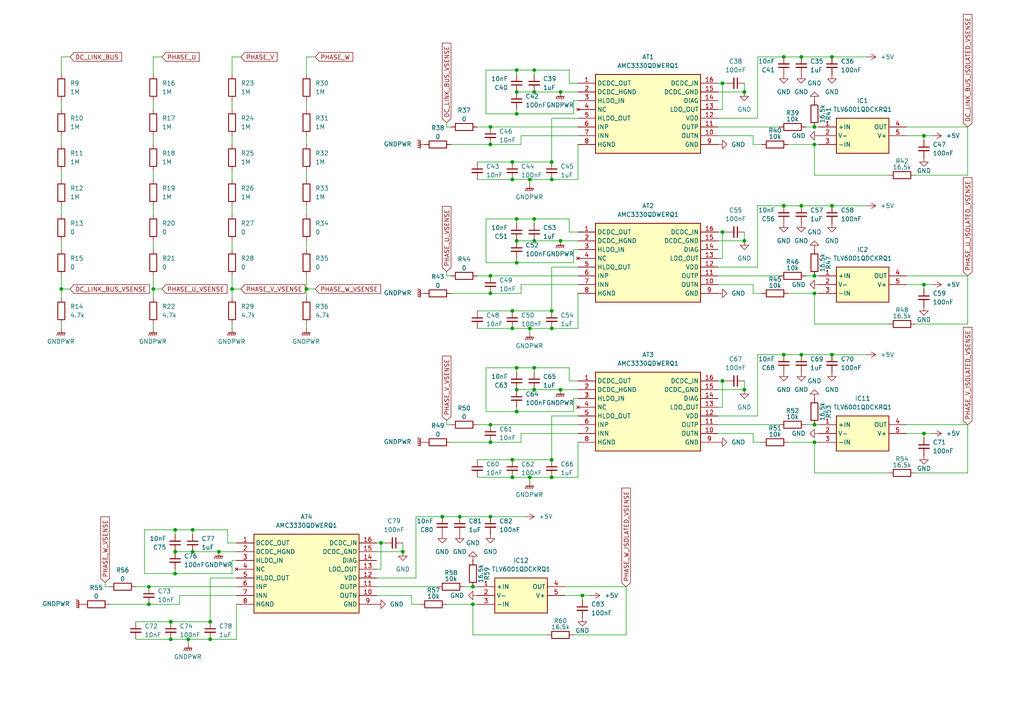
<source format=kicad_sch>
(kicad_sch (version 20250114) (generator "eeschema") (generator_version "9.0")
  (paper "A4")
  (junction (at 149.86 76.2))
  (junction (at 43.18 175.26))
  (junction (at 148.59 90.17))
  (junction (at 215.9 113.03))
  (junction (at 232.41 16.51))
  (junction (at 148.59 46.99))
  (junction (at 133.35 149.86))
  (junction (at 142.24 36.83))
  (junction (at 149.86 33.02))
  (junction (at 236.22 41.91))
  (junction (at 154.94 26.67))
  (junction (at 232.41 102.87))
  (junction (at 137.16 170.18))
  (junction (at 148.59 138.43))
  (junction (at 267.97 125.73))
  (junction (at 153.67 95.25))
  (junction (at 55.88 153.67))
  (junction (at 63.5 160.02))
  (junction (at 49.53 180.34))
  (junction (at 148.59 95.25))
  (junction (at 149.86 26.67))
  (junction (at 241.3 16.51))
  (junction (at 137.16 175.26))
  (junction (at 241.3 59.69))
  (junction (at 154.94 20.32))
  (junction (at 232.41 59.69))
  (junction (at 142.24 128.27))
  (junction (at 168.91 172.72))
  (junction (at 236.22 80.01))
  (junction (at 153.67 138.43))
  (junction (at 154.94 69.85))
  (junction (at 209.55 67.31))
  (junction (at 60.96 180.34))
  (junction (at 215.9 69.85))
  (junction (at 227.33 16.51))
  (junction (at 55.88 160.02))
  (junction (at 227.33 59.69))
  (junction (at 50.8 160.02))
  (junction (at 241.3 102.87))
  (junction (at 50.8 153.67))
  (junction (at 43.18 170.18))
  (junction (at 267.97 39.37))
  (junction (at 54.61 185.42))
  (junction (at 154.94 63.5))
  (junction (at 149.86 113.03))
  (junction (at 88.9 83.82))
  (junction (at 128.27 149.86))
  (junction (at 50.8 166.37))
  (junction (at 154.94 106.68))
  (junction (at 236.22 128.27))
  (junction (at 209.55 24.13))
  (junction (at 149.86 69.85))
  (junction (at 142.24 85.09))
  (junction (at 160.02 52.07))
  (junction (at 162.56 26.67))
  (junction (at 162.56 69.85))
  (junction (at 149.86 20.32))
  (junction (at 153.67 52.07))
  (junction (at 149.86 119.38))
  (junction (at 149.86 63.5))
  (junction (at 160.02 46.99))
  (junction (at 215.9 26.67))
  (junction (at 160.02 138.43))
  (junction (at 160.02 95.25))
  (junction (at 116.84 160.02))
  (junction (at 236.22 85.09))
  (junction (at 60.96 185.42))
  (junction (at 267.97 82.55))
  (junction (at 209.55 110.49))
  (junction (at 142.24 41.91))
  (junction (at 142.24 123.19))
  (junction (at 44.45 83.82))
  (junction (at 142.24 80.01))
  (junction (at 142.24 149.86))
  (junction (at 148.59 52.07))
  (junction (at 227.33 102.87))
  (junction (at 148.59 133.35))
  (junction (at 160.02 133.35))
  (junction (at 67.31 83.82))
  (junction (at 149.86 106.68))
  (junction (at 17.78 83.82))
  (junction (at 110.49 157.48))
  (junction (at 236.22 36.83))
  (junction (at 49.53 185.42))
  (junction (at 154.94 113.03))
  (junction (at 160.02 90.17))
  (junction (at 162.56 113.03))
  (junction (at 236.22 123.19))
  (wire (pts (xy 154.94 106.68) (xy 165.1 106.68)))
  (wire (pts (xy 149.86 69.85) (xy 154.94 69.85)))
  (wire (pts (xy 219.71 120.65) (xy 208.28 120.65)))
  (wire (pts (xy 30.48 168.91) (xy 30.48 170.18)))
  (wire (pts (xy 148.59 133.35) (xy 160.02 133.35)))
  (wire (pts (xy 232.41 102.87) (xy 241.3 102.87)))
  (wire (pts (xy 129.54 36.83) (xy 130.81 36.83)))
  (wire (pts (xy 209.55 118.11) (xy 209.55 110.49)))
  (wire (pts (xy 17.78 80.01) (xy 17.78 83.82)))
  (wire (pts (xy 44.45 69.85) (xy 44.45 72.39)))
  (wire (pts (xy 66.04 157.48) (xy 66.04 153.67)))
  (wire (pts (xy 167.64 41.91) (xy 167.64 52.07)))
  (wire (pts (xy 138.43 90.17) (xy 148.59 90.17)))
  (wire (pts (xy 129.54 175.26) (xy 137.16 175.26)))
  (wire (pts (xy 160.02 77.47) (xy 160.02 90.17)))
  (wire (pts (xy 280.67 80.01) (xy 262.89 80.01)))
  (wire (pts (xy 167.64 128.27) (xy 167.64 138.43)))
  (wire (pts (xy 67.31 166.37) (xy 67.31 162.56)))
  (wire (pts (xy 154.94 106.68) (xy 154.94 107.95)))
  (wire (pts (xy 166.37 33.02) (xy 166.37 29.21)))
  (wire (pts (xy 54.61 185.42) (xy 54.61 186.69)))
  (wire (pts (xy 236.22 41.91) (xy 237.49 41.91)))
  (wire (pts (xy 44.45 93.98) (xy 44.45 95.25)))
  (wire (pts (xy 149.86 119.38) (xy 166.37 119.38)))
  (wire (pts (xy 119.38 172.72) (xy 119.38 175.26)))
  (wire (pts (xy 142.24 80.01) (xy 167.64 80.01)))
  (wire (pts (xy 138.43 133.35) (xy 148.59 133.35)))
  (wire (pts (xy 162.56 26.67) (xy 167.64 26.67)))
  (wire (pts (xy 128.27 149.86) (xy 133.35 149.86)))
  (wire (pts (xy 151.13 128.27) (xy 142.24 128.27)))
  (wire (pts (xy 137.16 175.26) (xy 137.16 184.15)))
  (wire (pts (xy 218.44 128.27) (xy 220.98 128.27)))
  (wire (pts (xy 129.54 80.01) (xy 130.81 80.01)))
  (wire (pts (xy 165.1 67.31) (xy 165.1 63.5)))
  (wire (pts (xy 149.86 76.2) (xy 149.86 74.93)))
  (wire (pts (xy 31.75 175.26) (xy 43.18 175.26)))
  (wire (pts (xy 227.33 16.51) (xy 232.41 16.51)))
  (wire (pts (xy 54.61 185.42) (xy 60.96 185.42)))
  (wire (pts (xy 67.31 162.56) (xy 68.58 162.56)))
  (wire (pts (xy 209.55 67.31) (xy 208.28 67.31)))
  (wire (pts (xy 209.55 110.49) (xy 208.28 110.49)))
  (wire (pts (xy 153.67 95.25) (xy 153.67 96.52)))
  (wire (pts (xy 149.86 33.02) (xy 149.86 31.75)))
  (wire (pts (xy 110.49 165.1) (xy 110.49 157.48)))
  (wire (pts (xy 129.54 121.92) (xy 129.54 123.19)))
  (wire (pts (xy 232.41 59.69) (xy 241.3 59.69)))
  (wire (pts (xy 267.97 83.82) (xy 267.97 82.55)))
  (wire (pts (xy 208.28 74.93) (xy 209.55 74.93)))
  (wire (pts (xy 167.64 34.29) (xy 160.02 34.29)))
  (wire (pts (xy 137.16 170.18) (xy 138.43 170.18)))
  (wire (pts (xy 218.44 125.73) (xy 218.44 128.27)))
  (wire (pts (xy 138.43 52.07) (xy 148.59 52.07)))
  (wire (pts (xy 209.55 31.75) (xy 209.55 24.13)))
  (wire (pts (xy 262.89 125.73) (xy 267.97 125.73)))
  (wire (pts (xy 110.49 157.48) (xy 111.76 157.48)))
  (wire (pts (xy 167.64 110.49) (xy 165.1 110.49)))
  (wire (pts (xy 43.18 170.18) (xy 68.58 170.18)))
  (wire (pts (xy 55.88 160.02) (xy 63.5 160.02)))
  (wire (pts (xy 215.9 69.85) (xy 208.28 69.85)))
  (wire (pts (xy 167.64 125.73) (xy 151.13 125.73)))
  (wire (pts (xy 149.86 106.68) (xy 140.97 106.68)))
  (wire (pts (xy 215.9 113.03) (xy 208.28 113.03)))
  (wire (pts (xy 233.68 80.01) (xy 236.22 80.01)))
  (wire (pts (xy 208.28 123.19) (xy 226.06 123.19)))
  (wire (pts (xy 167.64 82.55) (xy 151.13 82.55)))
  (wire (pts (xy 236.22 85.09) (xy 236.22 93.98)))
  (wire (pts (xy 167.64 77.47) (xy 160.02 77.47)))
  (wire (pts (xy 208.28 36.83) (xy 226.06 36.83)))
  (wire (pts (xy 149.86 63.5) (xy 154.94 63.5)))
  (wire (pts (xy 67.31 39.37) (xy 67.31 41.91)))
  (wire (pts (xy 119.38 175.26) (xy 121.92 175.26)))
  (wire (pts (xy 167.64 39.37) (xy 151.13 39.37)))
  (wire (pts (xy 228.6 85.09) (xy 236.22 85.09)))
  (wire (pts (xy 88.9 80.01) (xy 88.9 83.82)))
  (wire (pts (xy 17.78 39.37) (xy 17.78 41.91)))
  (wire (pts (xy 236.22 80.01) (xy 237.49 80.01)))
  (wire (pts (xy 52.07 175.26) (xy 43.18 175.26)))
  (wire (pts (xy 233.68 36.83) (xy 236.22 36.83)))
  (wire (pts (xy 219.71 16.51) (xy 227.33 16.51)))
  (wire (pts (xy 219.71 102.87) (xy 219.71 120.65)))
  (wire (pts (xy 120.65 167.64) (xy 109.22 167.64)))
  (wire (pts (xy 41.91 166.37) (xy 50.8 166.37)))
  (wire (pts (xy 160.02 120.65) (xy 160.02 133.35)))
  (wire (pts (xy 167.64 67.31) (xy 165.1 67.31)))
  (wire (pts (xy 44.45 59.69) (xy 44.45 62.23)))
  (wire (pts (xy 208.28 125.73) (xy 218.44 125.73)))
  (wire (pts (xy 88.9 39.37) (xy 88.9 41.91)))
  (wire (pts (xy 68.58 175.26) (xy 68.58 185.42)))
  (wire (pts (xy 219.71 59.69) (xy 219.71 77.47)))
  (wire (pts (xy 129.54 123.19) (xy 130.81 123.19)))
  (wire (pts (xy 88.9 69.85) (xy 88.9 72.39)))
  (wire (pts (xy 165.1 110.49) (xy 165.1 106.68)))
  (wire (pts (xy 154.94 20.32) (xy 154.94 21.59)))
  (wire (pts (xy 149.86 20.32) (xy 140.97 20.32)))
  (wire (pts (xy 138.43 46.99) (xy 148.59 46.99)))
  (wire (pts (xy 233.68 123.19) (xy 236.22 123.19)))
  (wire (pts (xy 140.97 106.68) (xy 140.97 119.38)))
  (wire (pts (xy 228.6 41.91) (xy 236.22 41.91)))
  (wire (pts (xy 140.97 76.2) (xy 149.86 76.2)))
  (wire (pts (xy 50.8 153.67) (xy 55.88 153.67)))
  (wire (pts (xy 148.59 95.25) (xy 153.67 95.25)))
  (wire (pts (xy 50.8 166.37) (xy 67.31 166.37)))
  (wire (pts (xy 67.31 83.82) (xy 69.85 83.82)))
  (wire (pts (xy 68.58 157.48) (xy 66.04 157.48)))
  (wire (pts (xy 265.43 93.98) (xy 280.67 93.98)))
  (wire (pts (xy 50.8 153.67) (xy 41.91 153.67)))
  (wire (pts (xy 166.37 184.15) (xy 181.61 184.15)))
  (wire (pts (xy 162.56 113.03) (xy 167.64 113.03)))
  (wire (pts (xy 228.6 128.27) (xy 236.22 128.27)))
  (wire (pts (xy 49.53 185.42) (xy 54.61 185.42)))
  (wire (pts (xy 138.43 95.25) (xy 148.59 95.25)))
  (wire (pts (xy 138.43 36.83) (xy 142.24 36.83)))
  (wire (pts (xy 153.67 52.07) (xy 160.02 52.07)))
  (wire (pts (xy 236.22 41.91) (xy 236.22 50.8)))
  (wire (pts (xy 165.1 24.13) (xy 165.1 20.32)))
  (wire (pts (xy 120.65 149.86) (xy 120.65 167.64)))
  (wire (pts (xy 142.24 149.86) (xy 152.4 149.86)))
  (wire (pts (xy 218.44 82.55) (xy 218.44 85.09)))
  (wire (pts (xy 17.78 69.85) (xy 17.78 72.39)))
  (wire (pts (xy 149.86 33.02) (xy 166.37 33.02)))
  (wire (pts (xy 236.22 123.19) (xy 237.49 123.19)))
  (wire (pts (xy 160.02 34.29) (xy 160.02 46.99)))
  (wire (pts (xy 91.44 16.51) (xy 88.9 16.51)))
  (wire (pts (xy 44.45 80.01) (xy 44.45 83.82)))
  (wire (pts (xy 44.45 83.82) (xy 46.99 83.82)))
  (wire (pts (xy 52.07 172.72) (xy 52.07 175.26)))
  (wire (pts (xy 116.84 157.48) (xy 116.84 160.02)))
  (wire (pts (xy 167.64 85.09) (xy 167.64 95.25)))
  (wire (pts (xy 69.85 16.51) (xy 67.31 16.51)))
  (wire (pts (xy 148.59 138.43) (xy 153.67 138.43)))
  (wire (pts (xy 68.58 172.72) (xy 52.07 172.72)))
  (wire (pts (xy 153.67 138.43) (xy 153.67 139.7)))
  (wire (pts (xy 280.67 123.19) (xy 262.89 123.19)))
  (wire (pts (xy 262.89 82.55) (xy 267.97 82.55)))
  (wire (pts (xy 110.49 157.48) (xy 109.22 157.48)))
  (wire (pts (xy 167.64 95.25) (xy 160.02 95.25)))
  (wire (pts (xy 149.86 26.67) (xy 154.94 26.67)))
  (wire (pts (xy 67.31 49.53) (xy 67.31 52.07)))
  (wire (pts (xy 138.43 123.19) (xy 142.24 123.19)))
  (wire (pts (xy 17.78 16.51) (xy 17.78 21.59)))
  (wire (pts (xy 208.28 80.01) (xy 226.06 80.01)))
  (wire (pts (xy 236.22 50.8) (xy 257.81 50.8)))
  (wire (pts (xy 267.97 127) (xy 267.97 125.73)))
  (wire (pts (xy 154.94 20.32) (xy 165.1 20.32)))
  (wire (pts (xy 149.86 63.5) (xy 149.86 64.77)))
  (wire (pts (xy 149.86 76.2) (xy 166.37 76.2)))
  (wire (pts (xy 267.97 125.73) (xy 270.51 125.73)))
  (wire (pts (xy 88.9 93.98) (xy 88.9 95.25)))
  (wire (pts (xy 142.24 36.83) (xy 167.64 36.83)))
  (wire (pts (xy 39.37 185.42) (xy 49.53 185.42)))
  (wire (pts (xy 227.33 102.87) (xy 232.41 102.87)))
  (wire (pts (xy 208.28 118.11) (xy 209.55 118.11)))
  (wire (pts (xy 215.9 26.67) (xy 208.28 26.67)))
  (wire (pts (xy 44.45 83.82) (xy 44.45 86.36)))
  (wire (pts (xy 130.81 41.91) (xy 142.24 41.91)))
  (wire (pts (xy 151.13 41.91) (xy 142.24 41.91)))
  (wire (pts (xy 215.9 67.31) (xy 215.9 69.85)))
  (wire (pts (xy 153.67 138.43) (xy 160.02 138.43)))
  (wire (pts (xy 154.94 63.5) (xy 154.94 64.77)))
  (wire (pts (xy 116.84 160.02) (xy 109.22 160.02)))
  (wire (pts (xy 181.61 184.15) (xy 181.61 170.18)))
  (wire (pts (xy 148.59 52.07) (xy 153.67 52.07)))
  (wire (pts (xy 50.8 166.37) (xy 50.8 165.1)))
  (wire (pts (xy 44.45 49.53) (xy 44.45 52.07)))
  (wire (pts (xy 149.86 106.68) (xy 154.94 106.68)))
  (wire (pts (xy 153.67 95.25) (xy 160.02 95.25)))
  (wire (pts (xy 67.31 93.98) (xy 67.31 95.25)))
  (wire (pts (xy 17.78 49.53) (xy 17.78 52.07)))
  (wire (pts (xy 149.86 20.32) (xy 154.94 20.32)))
  (wire (pts (xy 88.9 49.53) (xy 88.9 52.07)))
  (wire (pts (xy 44.45 16.51) (xy 44.45 21.59)))
  (wire (pts (xy 39.37 180.34) (xy 49.53 180.34)))
  (wire (pts (xy 39.37 170.18) (xy 43.18 170.18)))
  (wire (pts (xy 130.81 85.09) (xy 142.24 85.09)))
  (wire (pts (xy 167.64 120.65) (xy 160.02 120.65)))
  (wire (pts (xy 88.9 16.51) (xy 88.9 21.59)))
  (wire (pts (xy 68.58 167.64) (xy 60.96 167.64)))
  (wire (pts (xy 236.22 128.27) (xy 236.22 137.16)))
  (wire (pts (xy 154.94 26.67) (xy 162.56 26.67)))
  (wire (pts (xy 168.91 173.99) (xy 168.91 172.72)))
  (wire (pts (xy 120.65 149.86) (xy 128.27 149.86)))
  (wire (pts (xy 44.45 39.37) (xy 44.45 41.91)))
  (wire (pts (xy 140.97 33.02) (xy 149.86 33.02)))
  (wire (pts (xy 149.86 119.38) (xy 149.86 118.11)))
  (wire (pts (xy 209.55 24.13) (xy 210.82 24.13)))
  (wire (pts (xy 44.45 29.21) (xy 44.45 31.75)))
  (wire (pts (xy 166.37 72.39) (xy 167.64 72.39)))
  (wire (pts (xy 67.31 16.51) (xy 67.31 21.59)))
  (wire (pts (xy 149.86 63.5) (xy 140.97 63.5)))
  (wire (pts (xy 208.28 82.55) (xy 218.44 82.55)))
  (wire (pts (xy 280.67 93.98) (xy 280.67 80.01)))
  (wire (pts (xy 219.71 34.29) (xy 208.28 34.29)))
  (wire (pts (xy 67.31 59.69) (xy 67.31 62.23)))
  (wire (pts (xy 209.55 67.31) (xy 210.82 67.31)))
  (wire (pts (xy 55.88 153.67) (xy 66.04 153.67)))
  (wire (pts (xy 88.9 59.69) (xy 88.9 62.23)))
  (wire (pts (xy 46.99 16.51) (xy 44.45 16.51)))
  (wire (pts (xy 280.67 137.16) (xy 280.67 123.19)))
  (wire (pts (xy 41.91 153.67) (xy 41.91 166.37)))
  (wire (pts (xy 149.86 20.32) (xy 149.86 21.59)))
  (wire (pts (xy 154.94 63.5) (xy 165.1 63.5)))
  (wire (pts (xy 218.44 41.91) (xy 220.98 41.91)))
  (wire (pts (xy 88.9 29.21) (xy 88.9 31.75)))
  (wire (pts (xy 17.78 83.82) (xy 17.78 86.36)))
  (wire (pts (xy 267.97 39.37) (xy 270.51 39.37)))
  (wire (pts (xy 137.16 175.26) (xy 138.43 175.26)))
  (wire (pts (xy 154.94 113.03) (xy 162.56 113.03)))
  (wire (pts (xy 181.61 170.18) (xy 163.83 170.18)))
  (wire (pts (xy 166.37 29.21) (xy 167.64 29.21)))
  (wire (pts (xy 17.78 59.69) (xy 17.78 62.23)))
  (wire (pts (xy 149.86 106.68) (xy 149.86 107.95)))
  (wire (pts (xy 236.22 36.83) (xy 237.49 36.83)))
  (wire (pts (xy 166.37 76.2) (xy 166.37 72.39)))
  (wire (pts (xy 88.9 83.82) (xy 88.9 86.36)))
  (wire (pts (xy 167.64 52.07) (xy 160.02 52.07)))
  (wire (pts (xy 280.67 36.83) (xy 262.89 36.83)))
  (wire (pts (xy 219.71 102.87) (xy 227.33 102.87)))
  (wire (pts (xy 208.28 39.37) (xy 218.44 39.37)))
  (wire (pts (xy 148.59 90.17) (xy 160.02 90.17)))
  (wire (pts (xy 133.35 149.86) (xy 142.24 149.86)))
  (wire (pts (xy 140.97 119.38) (xy 149.86 119.38)))
  (wire (pts (xy 109.22 170.18) (xy 127 170.18)))
  (wire (pts (xy 148.59 46.99) (xy 160.02 46.99)))
  (wire (pts (xy 168.91 172.72) (xy 171.45 172.72)))
  (wire (pts (xy 138.43 80.01) (xy 142.24 80.01)))
  (wire (pts (xy 63.5 160.02) (xy 68.58 160.02)))
  (wire (pts (xy 134.62 170.18) (xy 137.16 170.18)))
  (wire (pts (xy 241.3 59.69) (xy 251.46 59.69)))
  (wire (pts (xy 219.71 59.69) (xy 227.33 59.69)))
  (wire (pts (xy 109.22 165.1) (xy 110.49 165.1)))
  (wire (pts (xy 149.86 113.03) (xy 154.94 113.03)))
  (wire (pts (xy 241.3 16.51) (xy 251.46 16.51)))
  (wire (pts (xy 218.44 85.09) (xy 220.98 85.09)))
  (wire (pts (xy 265.43 50.8) (xy 280.67 50.8)))
  (wire (pts (xy 166.37 119.38) (xy 166.37 115.57)))
  (wire (pts (xy 129.54 35.56) (xy 129.54 36.83)))
  (wire (pts (xy 142.24 123.19) (xy 167.64 123.19)))
  (wire (pts (xy 55.88 153.67) (xy 55.88 154.94)))
  (wire (pts (xy 17.78 93.98) (xy 17.78 95.25)))
  (wire (pts (xy 140.97 20.32) (xy 140.97 33.02)))
  (wire (pts (xy 265.43 137.16) (xy 280.67 137.16)))
  (wire (pts (xy 17.78 83.82) (xy 20.32 83.82)))
  (wire (pts (xy 209.55 74.93) (xy 209.55 67.31)))
  (wire (pts (xy 137.16 184.15) (xy 158.75 184.15)))
  (wire (pts (xy 67.31 80.01) (xy 67.31 83.82)))
  (wire (pts (xy 151.13 82.55) (xy 151.13 85.09)))
  (wire (pts (xy 20.32 16.51) (xy 17.78 16.51)))
  (wire (pts (xy 154.94 69.85) (xy 162.56 69.85)))
  (wire (pts (xy 50.8 160.02) (xy 55.88 160.02)))
  (wire (pts (xy 138.43 138.43) (xy 148.59 138.43)))
  (wire (pts (xy 67.31 29.21) (xy 67.31 31.75)))
  (wire (pts (xy 236.22 137.16) (xy 257.81 137.16)))
  (wire (pts (xy 67.31 83.82) (xy 67.31 86.36)))
  (wire (pts (xy 208.28 31.75) (xy 209.55 31.75)))
  (wire (pts (xy 30.48 170.18) (xy 31.75 170.18)))
  (wire (pts (xy 163.83 172.72) (xy 168.91 172.72)))
  (wire (pts (xy 262.89 39.37) (xy 267.97 39.37)))
  (wire (pts (xy 215.9 24.13) (xy 215.9 26.67)))
  (wire (pts (xy 153.67 52.07) (xy 153.67 53.34)))
  (wire (pts (xy 236.22 85.09) (xy 237.49 85.09)))
  (wire (pts (xy 267.97 82.55) (xy 270.51 82.55)))
  (wire (pts (xy 49.53 180.34) (xy 60.96 180.34)))
  (wire (pts (xy 167.64 24.13) (xy 165.1 24.13)))
  (wire (pts (xy 50.8 153.67) (xy 50.8 154.94)))
  (wire (pts (xy 17.78 29.21) (xy 17.78 31.75)))
  (wire (pts (xy 151.13 85.09) (xy 142.24 85.09)))
  (wire (pts (xy 130.81 128.27) (xy 142.24 128.27)))
  (wire (pts (xy 167.64 138.43) (xy 160.02 138.43)))
  (wire (pts (xy 236.22 128.27) (xy 237.49 128.27)))
  (wire (pts (xy 88.9 83.82) (xy 91.44 83.82)))
  (wire (pts (xy 60.96 167.64) (xy 60.96 180.34)))
  (wire (pts (xy 218.44 39.37) (xy 218.44 41.91)))
  (wire (pts (xy 140.97 63.5) (xy 140.97 76.2)))
  (wire (pts (xy 232.41 16.51) (xy 241.3 16.51)))
  (wire (pts (xy 215.9 110.49) (xy 215.9 113.03)))
  (wire (pts (xy 209.55 24.13) (xy 208.28 24.13)))
  (wire (pts (xy 129.54 78.74) (xy 129.54 80.01)))
  (wire (pts (xy 280.67 50.8) (xy 280.67 36.83)))
  (wire (pts (xy 236.22 93.98) (xy 257.81 93.98)))
  (wire (pts (xy 151.13 125.73) (xy 151.13 128.27)))
  (wire (pts (xy 162.56 69.85) (xy 167.64 69.85)))
  (wire (pts (xy 219.71 16.51) (xy 219.71 34.29)))
  (wire (pts (xy 219.71 77.47) (xy 208.28 77.47)))
  (wire (pts (xy 67.31 69.85) (xy 67.31 72.39)))
  (wire (pts (xy 166.37 115.57) (xy 167.64 115.57)))
  (wire (pts (xy 267.97 40.64) (xy 267.97 39.37)))
  (wire (pts (xy 151.13 39.37) (xy 151.13 41.91)))
  (wire (pts (xy 241.3 102.87) (xy 251.46 102.87)))
  (wire (pts (xy 68.58 185.42) (xy 60.96 185.42)))
  (wire (pts (xy 109.22 172.72) (xy 119.38 172.72)))
  (wire (pts (xy 227.33 59.69) (xy 232.41 59.69)))
  (wire (pts (xy 209.55 110.49) (xy 210.82 110.49)))
  (global_label "PHASE_U" (shape input) (at 46.99 16.51 0) (property "Intersheetrefs" "${INTERSHEET_REFS}" (effects (hide yes))))
  (global_label "PHASE_V_ISOLATED_VSENSE" (shape input) (at 280.67 123.19 90) (property "Intersheetrefs" "${INTERSHEET_REFS}" (effects (hide yes))))
  (global_label "PHASE_U_VSENSE" (shape input) (at 129.54 78.74 90) (property "Intersheetrefs" "${INTERSHEET_REFS}" (effects (hide yes))))
  (global_label "DC_LINK_BUS_VSENSE" (shape input) (at 20.32 83.82 0) (property "Intersheetrefs" "${INTERSHEET_REFS}" (effects (hide yes))))
  (global_label "DC_LINK_BUS_VSENSE" (shape input) (at 129.54 35.56 90) (property "Intersheetrefs" "${INTERSHEET_REFS}" (effects (hide yes))))
  (global_label "PHASE_V_VSENSE" (shape input) (at 129.54 121.92 90) (property "Intersheetrefs" "${INTERSHEET_REFS}" (effects (hide yes))))
  (global_label "DC_LINK_BUS" (shape input) (at 20.32 16.51 0) (property "Intersheetrefs" "${INTERSHEET_REFS}" (effects (hide yes))))
  (global_label "PHASE_V" (shape input) (at 69.85 16.51 0) (property "Intersheetrefs" "${INTERSHEET_REFS}" (effects (hide yes))))
  (global_label "PHASE_W_ISOLATED_VSENSE" (shape input) (at 181.61 170.18 90) (property "Intersheetrefs" "${INTERSHEET_REFS}" (effects (hide yes))))
  (global_label "PHASE_W_VSENSE" (shape input) (at 91.44 83.82 0) (property "Intersheetrefs" "${INTERSHEET_REFS}" (effects (hide yes))))
  (global_label "PHASE_W" (shape input) (at 91.44 16.51 0) (property "Intersheetrefs" "${INTERSHEET_REFS}" (effects (hide yes))))
  (global_label "PHASE_U_VSENSE" (shape input) (at 46.99 83.82 0) (property "Intersheetrefs" "${INTERSHEET_REFS}" (effects (hide yes))))
  (global_label "PHASE_W_VSENSE" (shape input) (at 30.48 168.91 90) (property "Intersheetrefs" "${INTERSHEET_REFS}" (effects (hide yes))))
  (global_label "DC_LINK_BUS_ISOLATED_VSENSE" (shape input) (at 280.67 36.83 90) (property "Intersheetrefs" "${INTERSHEET_REFS}" (effects (hide yes))))
  (global_label "PHASE_V_VSENSE" (shape input) (at 69.85 83.82 0) (property "Intersheetrefs" "${INTERSHEET_REFS}" (effects (hide yes))))
  (global_label "PHASE_U_ISOLATED_VSENSE" (shape input) (at 280.67 80.01 90) (property "Intersheetrefs" "${INTERSHEET_REFS}" (effects (hide yes))))
  (symbol (lib_id "Device:C_Small") (at 49.53 182.88 0) (unit 1)
    (property "Reference" "C74" (at 52.07 181.6162 0) (effects (justify left)))
    (property "Value" "100nF" (at 52.07 184.1562 0) (effects (justify left)))
    (property "Footprint" "1210" (effects (hide yes)))
    (property "Description" "Unpolarized capacitor, small symbol" (effects (hide yes)))
  )
  (symbol (lib_id "InverterCom:TLV6001QDCKRQ1") (at 237.49 36.83 0) (unit 1)
    (property "Reference" "IC1" (at 250.19 29.21 0))
    (property "Value" "TLV6001QDCKRQ1" (at 250.19 31.75 0))
    (property "Footprint" "SOT65P210X110-5N" (effects (hide yes)))
    (property "Datasheet" "http://www.ti.com/lit/gpn/tlv6001-q1" (effects (hide yes)))
    (property "Description" "Low-Power, RRIO, 1-MHz, Operational Amplifier for Cost-Sensitive Systems" (effects (hide yes)))
    (property "Height" "1.1" (effects (hide yes)))
    (property "Mouser Part Number" "595-TLV6001QDCKRQ1" (effects (hide yes)))
    (property "Mouser Price/Stock" "https://www.mouser.co.uk/ProductDetail/Texas-Instruments/TLV6001QDCKRQ1?qs=qSfuJ%252Bfl%2Fd4YmnuAK2Ksyg%3D%3D" (effects (hide yes)))
    (property "Manufacturer_Name" "Texas Instruments" (effects (hide yes)))
    (property "Manufacturer_Part_Number" "TLV6001QDCKRQ1" (effects (hide yes)))
  )
  (symbol (lib_id "InverterCom:AMC3330QDWERQ1") (at 167.64 24.13 0) (unit 1)
    (property "Reference" "AT1" (at 187.96 16.51 0))
    (property "Value" "AMC3330QDWERQ1" (at 187.96 19.05 0))
    (property "Footprint" "SOIC127P1030X265-16N" (effects (hide yes)))
    (property "Datasheet" "https://www.ti.com/lit/ds/symlink/amc3330.pdf?ts=1605812770714&ref_url=https%253A%252F%252Fwww.ti.com%252Fsitesearch%252Fdocs%252Funiversalsearch.tsp%253FsearchTerm%253DAMC3330DWE" (effects (hide yes)))
    (property "Description" "Isolation Amplifiers Automotive +/-1-V input, precision reinforced isolated amplifier with integrated DC/DC converter 16-SOIC -40 to 125" (effects (hide yes)))
    (property "Height" "2.65" (effects (hide yes)))
    (property "Mouser Part Number" "595-AMC3330QDWERQ1" (effects (hide yes)))
    (property "Mouser Price/Stock" "https://www.mouser.co.uk/ProductDetail/Texas-Instruments/AMC3330QDWERQ1?qs=81r%252BiQLm7BThq9fK1XpIYg%3D%3D" (effects (hide yes)))
    (property "Manufacturer_Name" "Texas Instruments" (effects (hide yes)))
    (property "Manufacturer_Part_Number" "AMC3330QDWERQ1" (effects (hide yes)))
  )
  (symbol (lib_id "Device:R") (at 224.79 41.91 270) (unit 1)
    (property "Reference" "R40" (at 224.79 37.846 90))
    (property "Value" "10k" (at 224.79 39.624 90))
    (property "Footprint" "1210" (effects (hide yes)))
    (property "Description" "Resistor" (effects (hide yes)))
  )
  (symbol (lib_id "power:GNDPWR") (at 44.45 95.25 0) (unit 1)
    (property "Reference" "#PWR023" (effects (hide yes)))
    (property "Value" "GNDPWR" (at 44.323 99.06 0))
    (property "Description" "Power symbol creates a global label with name \"GNDPWR\" , global ground" (effects (hide yes)))
  )
  (symbol (lib_id "Device:R") (at 44.45 76.2 180) (unit 1)
    (property "Reference" "R21" (at 46.99 74.9299 0) (effects (justify right)))
    (property "Value" "0" (at 46.99 77.4699 0) (effects (justify right)))
    (property "Footprint" "1210" (effects (hide yes)))
    (property "Description" "Resistor" (effects (hide yes)))
  )
  (symbol (lib_id "Device:R") (at 88.9 55.88 180) (unit 1)
    (property "Reference" "R33" (at 91.44 54.6099 0) (effects (justify right)))
    (property "Value" "1M" (at 91.44 57.1499 0) (effects (justify right)))
    (property "Footprint" "1210" (effects (hide yes)))
    (property "Description" "Resistor" (effects (hide yes)))
  )
  (symbol (lib_id "Device:R") (at 17.78 35.56 180) (unit 1)
    (property "Reference" "R10" (at 20.32 34.2899 0) (effects (justify right)))
    (property "Value" "1M" (at 20.32 36.8299 0) (effects (justify right)))
    (property "Footprint" "1210" (effects (hide yes)))
    (property "Description" "Resistor" (effects (hide yes)))
  )
  (symbol (lib_id "power:GND") (at 215.9 113.03 0) (unit 1)
    (property "Reference" "#PWR074" (effects (hide yes)))
    (property "Value" "GND" (at 215.9 118.11 0))
    (property "Description" "Power symbol creates a global label with name \"GND\" , ground" (effects (hide yes)))
  )
  (symbol (lib_id "Device:R") (at 127 41.91 90) (unit 1)
    (property "Reference" "R38" (at 127 37.084 90))
    (property "Value" "0" (at 127 39.624 90))
    (property "Footprint" "1210" (effects (hide yes)))
    (property "Description" "Resistor" (effects (hide yes)))
  )
  (symbol (lib_id "Device:R") (at 44.45 90.17 180) (unit 1)
    (property "Reference" "R22" (at 46.99 88.8999 0) (effects (justify right)))
    (property "Value" "4.7k" (at 46.99 91.4399 0) (effects (justify right)))
    (property "Footprint" "1210" (effects (hide yes)))
    (property "Description" "Resistor" (effects (hide yes)))
  )
  (symbol (lib_id "Device:R") (at 88.9 35.56 180) (unit 1)
    (property "Reference" "R31" (at 91.44 34.2899 0) (effects (justify right)))
    (property "Value" "1M" (at 91.44 36.8299 0) (effects (justify right)))
    (property "Footprint" "1210" (effects (hide yes)))
    (property "Description" "Resistor" (effects (hide yes)))
  )
  (symbol (lib_id "power:GND") (at 236.22 115.57 180) (unit 1)
    (property "Reference" "#PWR077" (effects (hide yes)))
    (property "Value" "GND" (at 236.22 110.49 0))
    (property "Description" "Power symbol creates a global label with name \"GND\" , ground" (effects (hide yes)))
  )
  (symbol (lib_id "Device:R") (at 224.79 128.27 270) (unit 1)
    (property "Reference" "R51" (at 224.79 124.206 90))
    (property "Value" "10k" (at 224.79 125.984 90))
    (property "Footprint" "1210" (effects (hide yes)))
    (property "Description" "Resistor" (effects (hide yes)))
  )
  (symbol (lib_id "Device:C_Small") (at 149.86 67.31 180) (unit 1)
    (property "Reference" "C51" (at 147.32 68.5738 0) (effects (justify left)))
    (property "Value" "10nF" (at 147.32 66.0338 0) (effects (justify left)))
    (property "Footprint" "1210" (effects (hide yes)))
    (property "Description" "Unpolarized capacitor, small symbol" (effects (hide yes)))
  )
  (symbol (lib_id "power:GND") (at 267.97 88.9 0) (unit 1)
    (property "Reference" "#PWR068" (effects (hide yes)))
    (property "Value" "GND" (at 267.97 92.71 0))
    (property "Description" "Power symbol creates a global label with name \"GND\" , ground" (effects (hide yes)))
  )
  (symbol (lib_id "power:+5V") (at 251.46 16.51 270) (unit 1)
    (property "Reference" "#PWR097" (effects (hide yes)))
    (property "Value" "+5V" (at 255.27 16.5099 90) (effects (justify left)))
    (property "Description" "Power symbol creates a global label with name \"+5V\"" (effects (hide yes)))
  )
  (symbol (lib_id "Device:R") (at 44.45 55.88 180) (unit 1)
    (property "Reference" "R19" (at 46.99 54.6099 0) (effects (justify right)))
    (property "Value" "1M" (at 46.99 57.1499 0) (effects (justify right)))
    (property "Footprint" "1210" (effects (hide yes)))
    (property "Description" "Resistor" (effects (hide yes)))
  )
  (symbol (lib_id "power:+5V") (at 270.51 125.73 270) (unit 1)
    (property "Reference" "#PWR082" (effects (hide yes)))
    (property "Value" "+5V" (at 274.32 125.7299 90) (effects (justify left)))
    (property "Description" "Power symbol creates a global label with name \"+5V\"" (effects (hide yes)))
  )
  (symbol (lib_id "Device:R") (at 127 128.27 90) (unit 1)
    (property "Reference" "R49" (at 127 123.444 90))
    (property "Value" "0" (at 127 125.984 90))
    (property "Footprint" "1210" (effects (hide yes)))
    (property "Description" "Resistor" (effects (hide yes)))
  )
  (symbol (lib_id "Device:R") (at 88.9 45.72 180) (unit 1)
    (property "Reference" "R32" (at 91.44 44.4499 0) (effects (justify right)))
    (property "Value" "1M" (at 91.44 46.9899 0) (effects (justify right)))
    (property "Footprint" "1210" (effects (hide yes)))
    (property "Description" "Resistor" (effects (hide yes)))
  )
  (symbol (lib_id "power:GNDPWR") (at 123.19 41.91 270) (unit 1)
    (property "Reference" "#PWR054" (effects (hide yes)))
    (property "Value" "GNDPWR" (at 119.38 41.7829 90) (effects (justify right)))
    (property "Description" "Power symbol creates a global label with name \"GNDPWR\" , global ground" (effects (hide yes)))
  )
  (symbol (lib_id "Device:R") (at 88.9 66.04 180) (unit 1)
    (property "Reference" "R34" (at 91.44 64.7699 0) (effects (justify right)))
    (property "Value" "0" (at 91.44 67.3099 0) (effects (justify right)))
    (property "Footprint" "1210" (effects (hide yes)))
    (property "Description" "Resistor" (effects (hide yes)))
  )
  (symbol (lib_id "Device:R") (at 17.78 76.2 180) (unit 1)
    (property "Reference" "R15" (at 20.32 74.9299 0) (effects (justify right)))
    (property "Value" "0" (at 20.32 77.4699 0) (effects (justify right)))
    (property "Footprint" "1210" (effects (hide yes)))
    (property "Description" "Resistor" (effects (hide yes)))
  )
  (symbol (lib_id "Device:C_Small") (at 213.36 24.13 270) (unit 1)
    (property "Reference" "C38" (at 213.3536 17.78 90))
    (property "Value" "100nF" (at 213.3536 20.32 90))
    (property "Footprint" "1210" (effects (hide yes)))
    (property "Description" "Unpolarized capacitor, small symbol" (effects (hide yes)))
  )
  (symbol (lib_id "Device:R") (at 229.87 36.83 270) (unit 1)
    (property "Reference" "R39" (at 229.87 32.766 90))
    (property "Value" "10k" (at 229.87 34.544 90))
    (property "Footprint" "1210" (effects (hide yes)))
    (property "Description" "Resistor" (effects (hide yes)))
  )
  (symbol (lib_id "power:GND") (at 237.49 82.55 270) (unit 1)
    (property "Reference" "#PWR065" (effects (hide yes)))
    (property "Value" "GND" (at 233.68 82.5499 90) (effects (justify right)))
    (property "Description" "Power symbol creates a global label with name \"GND\" , ground" (effects (hide yes)))
  )
  (symbol (lib_id "Device:C_Small") (at 142.24 152.4 0) (unit 1)
    (property "Reference" "C82" (at 144.78 151.1362 0) (effects (justify left)))
    (property "Value" "100nF" (at 144.78 153.6762 0) (effects (justify left)))
    (property "Footprint" "1210" (effects (hide yes)))
    (property "Description" "Unpolarized capacitor, small symbol" (effects (hide yes)))
  )
  (symbol (lib_id "power:GNDPWR") (at 17.78 95.25 0) (unit 1)
    (property "Reference" "#PWR022" (effects (hide yes)))
    (property "Value" "GNDPWR" (at 17.653 99.06 0))
    (property "Description" "Power symbol creates a global label with name \"GNDPWR\" , global ground" (effects (hide yes)))
  )
  (symbol (lib_id "Device:R") (at 261.62 137.16 270) (unit 1)
    (property "Reference" "R54" (at 261.62 133.096 90))
    (property "Value" "16.5k" (at 261.62 134.874 90))
    (property "Footprint" "1210" (effects (hide yes)))
    (property "Description" "Resistor" (effects (hide yes)))
  )
  (symbol (lib_id "power:+5V") (at 152.4 149.86 270) (unit 1)
    (property "Reference" "#PWR093" (effects (hide yes)))
    (property "Value" "+5V" (at 156.21 149.8599 90) (effects (justify left)))
    (property "Description" "Power symbol creates a global label with name \"+5V\"" (effects (hide yes)))
  )
  (symbol (lib_id "power:GNDPWR") (at 123.19 128.27 270) (unit 1)
    (property "Reference" "#PWR070" (effects (hide yes)))
    (property "Value" "GNDPWR" (at 119.38 128.1429 90) (effects (justify right)))
    (property "Description" "Power symbol creates a global label with name \"GNDPWR\" , global ground" (effects (hide yes)))
  )
  (symbol (lib_id "Device:C_Small") (at 160.02 92.71 0) (unit 1)
    (property "Reference" "C54" (at 162.56 91.4462 0) (effects (justify left)))
    (property "Value" "1uF" (at 162.56 93.9862 0) (effects (justify left)))
    (property "Footprint" "1210" (effects (hide yes)))
    (property "Description" "Unpolarized capacitor, small symbol" (effects (hide yes)))
  )
  (symbol (lib_id "Device:C_Small") (at 241.3 19.05 0) (unit 1)
    (property "Reference" "C36" (at 243.84 17.7862 0) (effects (justify left)))
    (property "Value" "100nF" (at 243.84 20.3262 0) (effects (justify left)))
    (property "Footprint" "1210" (effects (hide yes)))
    (property "Description" "Unpolarized capacitor, small symbol" (effects (hide yes)))
  )
  (symbol (lib_id "power:+5V") (at 251.46 59.69 270) (unit 1)
    (property "Reference" "#PWR067" (effects (hide yes)))
    (property "Value" "+5V" (at 255.27 59.6899 90) (effects (justify left)))
    (property "Description" "Power symbol creates a global label with name \"+5V\"" (effects (hide yes)))
  )
  (symbol (lib_id "InverterCom:AMC3330QDWERQ1") (at 167.64 110.49 0) (unit 1)
    (property "Reference" "AT3" (at 187.96 102.87 0))
    (property "Value" "AMC3330QDWERQ1" (at 187.96 105.41 0))
    (property "Footprint" "SOIC127P1030X265-16N" (effects (hide yes)))
    (property "Datasheet" "https://www.ti.com/lit/ds/symlink/amc3330.pdf?ts=1605812770714&ref_url=https%253A%252F%252Fwww.ti.com%252Fsitesearch%252Fdocs%252Funiversalsearch.tsp%253FsearchTerm%253DAMC3330DWE" (effects (hide yes)))
    (property "Description" "Isolation Amplifiers Automotive +/-1-V input, precision reinforced isolated amplifier with integrated DC/DC converter 16-SOIC -40 to 125" (effects (hide yes)))
    (property "Height" "2.65" (effects (hide yes)))
    (property "Mouser Part Number" "595-AMC3330QDWERQ1" (effects (hide yes)))
    (property "Mouser Price/Stock" "https://www.mouser.co.uk/ProductDetail/Texas-Instruments/AMC3330QDWERQ1?qs=81r%252BiQLm7BThq9fK1XpIYg%3D%3D" (effects (hide yes)))
    (property "Manufacturer_Name" "Texas Instruments" (effects (hide yes)))
    (property "Manufacturer_Part_Number" "AMC3330QDWERQ1" (effects (hide yes)))
  )
  (symbol (lib_id "power:GND") (at 267.97 132.08 0) (unit 1)
    (property "Reference" "#PWR081" (effects (hide yes)))
    (property "Value" "GND" (at 267.97 135.89 0))
    (property "Description" "Power symbol creates a global label with name \"GND\" , ground" (effects (hide yes)))
  )
  (symbol (lib_id "Device:R") (at 67.31 35.56 180) (unit 1)
    (property "Reference" "R24" (at 69.85 34.2899 0) (effects (justify right)))
    (property "Value" "1M" (at 69.85 36.8299 0) (effects (justify right)))
    (property "Footprint" "1210" (effects (hide yes)))
    (property "Description" "Resistor" (effects (hide yes)))
  )
  (symbol (lib_id "Device:C_Small") (at 149.86 72.39 0) (unit 1)
    (property "Reference" "C52" (at 152.4 71.1262 0) (effects (justify left)))
    (property "Value" "100nF" (at 152.4 73.6662 0) (effects (justify left)))
    (property "Footprint" "1210" (effects (hide yes)))
    (property "Description" "Unpolarized capacitor, small symbol" (effects (hide yes)))
  )
  (symbol (lib_id "Device:R") (at 261.62 50.8 270) (unit 1)
    (property "Reference" "R42" (at 261.62 46.736 90))
    (property "Value" "16.5k" (at 261.62 48.514 90))
    (property "Footprint" "1210" (effects (hide yes)))
    (property "Description" "Resistor" (effects (hide yes)))
  )
  (symbol (lib_id "Device:R") (at 67.31 55.88 180) (unit 1)
    (property "Reference" "R26" (at 69.85 54.6099 0) (effects (justify right)))
    (property "Value" "1M" (at 69.85 57.1499 0) (effects (justify right)))
    (property "Footprint" "1210" (effects (hide yes)))
    (property "Description" "Resistor" (effects (hide yes)))
  )
  (symbol (lib_id "power:GND") (at 237.49 39.37 270) (unit 1)
    (property "Reference" "#PWR056" (effects (hide yes)))
    (property "Value" "GND" (at 233.68 39.3699 90) (effects (justify right)))
    (property "Description" "Power symbol creates a global label with name \"GND\" , ground" (effects (hide yes)))
  )
  (symbol (lib_id "Device:R") (at 67.31 90.17 180) (unit 1)
    (property "Reference" "R29" (at 69.85 88.8999 0) (effects (justify right)))
    (property "Value" "4.7k" (at 69.85 91.4399 0) (effects (justify right)))
    (property "Footprint" "1210" (effects (hide yes)))
    (property "Description" "Resistor" (effects (hide yes)))
  )
  (symbol (lib_id "Device:R") (at 236.22 33.02 180) (unit 1)
    (property "Reference" "R41" (at 240.284 33.02 90))
    (property "Value" "16.5k" (at 238.506 33.02 90))
    (property "Footprint" "1210" (effects (hide yes)))
    (property "Description" "Resistor" (effects (hide yes)))
  )
  (symbol (lib_id "Device:C_Small") (at 43.18 172.72 0) (unit 1)
    (property "Reference" "C73" (at 45.72 171.4562 0) (effects (justify left)))
    (property "Value" "10nF" (at 45.72 173.9962 0) (effects (justify left)))
    (property "Footprint" "1210" (effects (hide yes)))
    (property "Description" "Unpolarized capacitor, small symbol" (effects (hide yes)))
  )
  (symbol (lib_id "Device:R") (at 44.45 35.56 180) (unit 1)
    (property "Reference" "R17" (at 46.99 34.2899 0) (effects (justify right)))
    (property "Value" "1M" (at 46.99 36.8299 0) (effects (justify right)))
    (property "Footprint" "1210" (effects (hide yes)))
    (property "Description" "Resistor" (effects (hide yes)))
  )
  (symbol (lib_id "Device:R") (at 35.56 170.18 270) (unit 1)
    (property "Reference" "R56" (at 35.56 165.354 90))
    (property "Value" "0" (at 35.56 167.894 90))
    (property "Footprint" "1210" (effects (hide yes)))
    (property "Description" "Resistor" (effects (hide yes)))
  )
  (symbol (lib_id "power:GND") (at 267.97 45.72 0) (unit 1)
    (property "Reference" "#PWR048" (effects (hide yes)))
    (property "Value" "GND" (at 267.97 49.53 0))
    (property "Description" "Power symbol creates a global label with name \"GND\" , ground" (effects (hide yes)))
  )
  (symbol (lib_id "power:GND") (at 142.24 154.94 0) (unit 1)
    (property "Reference" "#PWR092" (effects (hide yes)))
    (property "Value" "GND" (at 142.24 160.02 0))
    (property "Description" "Power symbol creates a global label with name \"GND\" , ground" (effects (hide yes)))
  )
  (symbol (lib_id "Device:C_Small") (at 241.3 105.41 0) (unit 1)
    (property "Reference" "C70" (at 243.84 104.1462 0) (effects (justify left)))
    (property "Value" "100nF" (at 243.84 106.6862 0) (effects (justify left)))
    (property "Footprint" "1210" (effects (hide yes)))
    (property "Description" "Unpolarized capacitor, small symbol" (effects (hide yes)))
  )
  (symbol (lib_id "Device:C_Small") (at 149.86 115.57 0) (unit 1)
    (property "Reference" "C64" (at 152.4 114.3062 0) (effects (justify left)))
    (property "Value" "100nF" (at 152.4 116.8462 0) (effects (justify left)))
    (property "Footprint" "1210" (effects (hide yes)))
    (property "Description" "Unpolarized capacitor, small symbol" (effects (hide yes)))
  )
  (symbol (lib_id "power:GND") (at 137.16 162.56 180) (unit 1)
    (property "Reference" "#PWR090" (effects (hide yes)))
    (property "Value" "GND" (at 137.16 157.48 0))
    (property "Description" "Power symbol creates a global label with name \"GND\" , ground" (effects (hide yes)))
  )
  (symbol (lib_id "power:GNDPWR") (at 153.67 96.52 0) (unit 1)
    (property "Reference" "#PWR058" (effects (hide yes)))
    (property "Value" "GNDPWR" (at 153.543 100.33 0))
    (property "Description" "Power symbol creates a global label with name \"GNDPWR\" , global ground" (effects (hide yes)))
  )
  (symbol (lib_id "Device:R") (at 67.31 76.2 180) (unit 1)
    (property "Reference" "R28" (at 69.85 74.9299 0) (effects (justify right)))
    (property "Value" "0" (at 69.85 77.4699 0) (effects (justify right)))
    (property "Footprint" "1210" (effects (hide yes)))
    (property "Description" "Resistor" (effects (hide yes)))
  )
  (symbol (lib_id "Device:R") (at 17.78 66.04 180) (unit 1)
    (property "Reference" "R13" (at 20.32 64.7699 0) (effects (justify right)))
    (property "Value" "0" (at 20.32 67.3099 0) (effects (justify right)))
    (property "Footprint" "1210" (effects (hide yes)))
    (property "Description" "Resistor" (effects (hide yes)))
  )
  (symbol (lib_id "Device:R") (at 236.22 119.38 180) (unit 1)
    (property "Reference" "R53" (at 240.284 119.38 90))
    (property "Value" "16.5k" (at 238.506 119.38 90))
    (property "Footprint" "1210" (effects (hide yes)))
    (property "Description" "Resistor" (effects (hide yes)))
  )
  (symbol (lib_id "power:GND") (at 227.33 21.59 0) (unit 1)
    (property "Reference" "#PWR051" (effects (hide yes)))
    (property "Value" "GND" (at 227.33 26.67 0))
    (property "Description" "Power symbol creates a global label with name \"GND\" , ground" (effects (hide yes)))
  )
  (symbol (lib_id "Device:C_Small") (at 213.36 110.49 270) (unit 1)
    (property "Reference" "C67" (at 213.3536 104.14 90))
    (property "Value" "100nF" (at 213.3536 106.68 90))
    (property "Footprint" "1210" (effects (hide yes)))
    (property "Description" "Unpolarized capacitor, small symbol" (effects (hide yes)))
  )
  (symbol (lib_id "power:GNDPWR") (at 162.56 26.67 0) (unit 1)
    (property "Reference" "#PWR052" (effects (hide yes)))
    (property "Value" "GNDPWR" (at 162.433 30.48 0))
    (property "Description" "Power symbol creates a global label with name \"GNDPWR\" , global ground" (effects (hide yes)))
  )
  (symbol (lib_id "InverterCom:AMC3330QDWERQ1") (at 68.58 157.48 0) (unit 1)
    (property "Reference" "AT4" (at 88.9 149.86 0))
    (property "Value" "AMC3330QDWERQ1" (at 88.9 152.4 0))
    (property "Footprint" "SOIC127P1030X265-16N" (effects (hide yes)))
    (property "Datasheet" "https://www.ti.com/lit/ds/symlink/amc3330.pdf?ts=1605812770714&ref_url=https%253A%252F%252Fwww.ti.com%252Fsitesearch%252Fdocs%252Funiversalsearch.tsp%253FsearchTerm%253DAMC3330DWE" (effects (hide yes)))
    (property "Description" "Isolation Amplifiers Automotive +/-1-V input, precision reinforced isolated amplifier with integrated DC/DC converter 16-SOIC -40 to 125" (effects (hide yes)))
    (property "Height" "2.65" (effects (hide yes)))
    (property "Mouser Part Number" "595-AMC3330QDWERQ1" (effects (hide yes)))
    (property "Mouser Price/Stock" "https://www.mouser.co.uk/ProductDetail/Texas-Instruments/AMC3330QDWERQ1?qs=81r%252BiQLm7BThq9fK1XpIYg%3D%3D" (effects (hide yes)))
    (property "Manufacturer_Name" "Texas Instruments" (effects (hide yes)))
    (property "Manufacturer_Part_Number" "AMC3330QDWERQ1" (effects (hide yes)))
  )
  (symbol (lib_id "power:GND") (at 128.27 154.94 0) (unit 1)
    (property "Reference" "#PWR088" (effects (hide yes)))
    (property "Value" "GND" (at 128.27 160.02 0))
    (property "Description" "Power symbol creates a global label with name \"GND\" , ground" (effects (hide yes)))
  )
  (symbol (lib_id "Device:C_Small") (at 232.41 19.05 0) (unit 1)
    (property "Reference" "C35" (at 234.95 17.7862 0) (effects (justify left)))
    (property "Value" "1uF" (at 234.95 20.3262 0) (effects (justify left)))
    (property "Footprint" "1210" (effects (hide yes)))
    (property "Description" "Unpolarized capacitor, small symbol" (effects (hide yes)))
  )
  (symbol (lib_id "Device:C_Small") (at 142.24 39.37 0) (unit 1)
    (property "Reference" "C46" (at 144.78 38.1062 0) (effects (justify left)))
    (property "Value" "10nF" (at 144.78 40.6462 0) (effects (justify left)))
    (property "Footprint" "1210" (effects (hide yes)))
    (property "Description" "Unpolarized capacitor, small symbol" (effects (hide yes)))
  )
  (symbol (lib_id "power:GNDPWR") (at 162.56 113.03 0) (unit 1)
    (property "Reference" "#PWR072" (effects (hide yes)))
    (property "Value" "GNDPWR" (at 162.433 116.84 0))
    (property "Description" "Power symbol creates a global label with name \"GNDPWR\" , global ground" (effects (hide yes)))
  )
  (symbol (lib_id "power:GND") (at 227.33 107.95 0) (unit 1)
    (property "Reference" "#PWR075" (effects (hide yes)))
    (property "Value" "GND" (at 227.33 113.03 0))
    (property "Description" "Power symbol creates a global label with name \"GND\" , ground" (effects (hide yes)))
  )
  (symbol (lib_id "power:GND") (at 138.43 172.72 270) (unit 1)
    (property "Reference" "#PWR091" (effects (hide yes)))
    (property "Value" "GND" (at 134.62 172.7199 90) (effects (justify right)))
    (property "Description" "Power symbol creates a global label with name \"GND\" , ground" (effects (hide yes)))
  )
  (symbol (lib_id "Device:R") (at 17.78 55.88 180) (unit 1)
    (property "Reference" "R12" (at 20.32 54.6099 0) (effects (justify right)))
    (property "Value" "1M" (at 20.32 57.1499 0) (effects (justify right)))
    (property "Footprint" "1210" (effects (hide yes)))
    (property "Description" "Resistor" (effects (hide yes)))
  )
  (symbol (lib_id "power:GND") (at 109.22 175.26 90) (unit 1)
    (property "Reference" "#PWR086" (effects (hide yes)))
    (property "Value" "GND" (at 113.03 175.2601 90) (effects (justify right)))
    (property "Description" "Power symbol creates a global label with name \"GND\" , ground" (effects (hide yes)))
  )
  (symbol (lib_id "power:GND") (at 215.9 69.85 0) (unit 1)
    (property "Reference" "#PWR061" (effects (hide yes)))
    (property "Value" "GND" (at 215.9 74.93 0))
    (property "Description" "Power symbol creates a global label with name \"GND\" , ground" (effects (hide yes)))
  )
  (symbol (lib_id "Device:R") (at 17.78 45.72 180) (unit 1)
    (property "Reference" "R11" (at 20.32 44.4499 0) (effects (justify right)))
    (property "Value" "1M" (at 20.32 46.9899 0) (effects (justify right)))
    (property "Footprint" "1210" (effects (hide yes)))
    (property "Description" "Resistor" (effects (hide yes)))
  )
  (symbol (lib_id "Device:R") (at 67.31 25.4 180) (unit 1)
    (property "Reference" "R23" (at 69.85 24.1299 0) (effects (justify right)))
    (property "Value" "1M" (at 69.85 26.6699 0) (effects (justify right)))
    (property "Footprint" "1210" (effects (hide yes)))
    (property "Description" "Resistor" (effects (hide yes)))
  )
  (symbol (lib_id "Device:C_Small") (at 138.43 49.53 0) (unit 1)
    (property "Reference" "C43" (at 140.97 48.2662 0) (effects (justify left)))
    (property "Value" "10nF" (at 140.97 50.8062 0) (effects (justify left)))
    (property "Footprint" "1210" (effects (hide yes)))
    (property "Description" "Unpolarized capacitor, small symbol" (effects (hide yes)))
  )
  (symbol (lib_id "power:GNDPWR") (at 67.31 95.25 0) (unit 1)
    (property "Reference" "#PWR024" (effects (hide yes)))
    (property "Value" "GNDPWR" (at 67.183 99.06 0))
    (property "Description" "Power symbol creates a global label with name \"GNDPWR\" , global ground" (effects (hide yes)))
  )
  (symbol (lib_id "Device:C_Small") (at 50.8 157.48 180) (unit 1)
    (property "Reference" "C75" (at 48.26 158.7438 0) (effects (justify left)))
    (property "Value" "10nF" (at 48.26 156.2038 0) (effects (justify left)))
    (property "Footprint" "1210" (effects (hide yes)))
    (property "Description" "Unpolarized capacitor, small symbol" (effects (hide yes)))
  )
  (symbol (lib_id "Device:R") (at 67.31 45.72 180) (unit 1)
    (property "Reference" "R25" (at 69.85 44.4499 0) (effects (justify right)))
    (property "Value" "1M" (at 69.85 46.9899 0) (effects (justify right)))
    (property "Footprint" "1210" (effects (hide yes)))
    (property "Description" "Resistor" (effects (hide yes)))
  )
  (symbol (lib_id "power:GNDPWR") (at 123.19 85.09 270) (unit 1)
    (property "Reference" "#PWR057" (effects (hide yes)))
    (property "Value" "GNDPWR" (at 119.38 84.9629 90) (effects (justify right)))
    (property "Description" "Power symbol creates a global label with name \"GNDPWR\" , global ground" (effects (hide yes)))
  )
  (symbol (lib_id "Device:C_Small") (at 138.43 92.71 0) (unit 1)
    (property "Reference" "C48" (at 140.97 91.4462 0) (effects (justify left)))
    (property "Value" "10nF" (at 140.97 93.9862 0) (effects (justify left)))
    (property "Footprint" "1210" (effects (hide yes)))
    (property "Description" "Unpolarized capacitor, small symbol" (effects (hide yes)))
  )
  (symbol (lib_id "Device:R") (at 17.78 90.17 180) (unit 1)
    (property "Reference" "R14" (at 20.32 88.8999 0) (effects (justify right)))
    (property "Value" "4.7k" (at 20.32 91.4399 0) (effects (justify right)))
    (property "Footprint" "1210" (effects (hide yes)))
    (property "Description" "Resistor" (effects (hide yes)))
  )
  (symbol (lib_id "power:GND") (at 168.91 179.07 0) (unit 1)
    (property "Reference" "#PWR094" (effects (hide yes)))
    (property "Value" "GND" (at 168.91 182.88 0))
    (property "Description" "Power symbol creates a global label with name \"GND\" , ground" (effects (hide yes)))
  )
  (symbol (lib_id "Device:C_Small") (at 39.37 182.88 0) (unit 1)
    (property "Reference" "C72" (at 41.91 181.6162 0) (effects (justify left)))
    (property "Value" "10nF" (at 41.91 184.1562 0) (effects (justify left)))
    (property "Footprint" "1210" (effects (hide yes)))
    (property "Description" "Unpolarized capacitor, small symbol" (effects (hide yes)))
  )
  (symbol (lib_id "Device:C_Small") (at 138.43 135.89 0) (unit 1)
    (property "Reference" "C60" (at 140.97 134.6262 0) (effects (justify left)))
    (property "Value" "10nF" (at 140.97 137.1662 0) (effects (justify left)))
    (property "Footprint" "1210" (effects (hide yes)))
    (property "Description" "Unpolarized capacitor, small symbol" (effects (hide yes)))
  )
  (symbol (lib_id "power:+5V") (at 251.46 102.87 270) (unit 1)
    (property "Reference" "#PWR080" (effects (hide yes)))
    (property "Value" "+5V" (at 255.27 102.8699 90) (effects (justify left)))
    (property "Description" "Power symbol creates a global label with name \"+5V\"" (effects (hide yes)))
  )
  (symbol (lib_id "Device:R") (at 88.9 76.2 180) (unit 1)
    (property "Reference" "R35" (at 91.44 74.9299 0) (effects (justify right)))
    (property "Value" "0" (at 91.44 77.4699 0) (effects (justify right)))
    (property "Footprint" "1210" (effects (hide yes)))
    (property "Description" "Resistor" (effects (hide yes)))
  )
  (symbol (lib_id "InverterCom:AMC3330QDWERQ1") (at 167.64 67.31 0) (unit 1)
    (property "Reference" "AT2" (at 187.96 59.69 0))
    (property "Value" "AMC3330QDWERQ1" (at 187.96 62.23 0))
    (property "Footprint" "SOIC127P1030X265-16N" (effects (hide yes)))
    (property "Datasheet" "https://www.ti.com/lit/ds/symlink/amc3330.pdf?ts=1605812770714&ref_url=https%253A%252F%252Fwww.ti.com%252Fsitesearch%252Fdocs%252Funiversalsearch.tsp%253FsearchTerm%253DAMC3330DWE" (effects (hide yes)))
    (property "Description" "Isolation Amplifiers Automotive +/-1-V input, precision reinforced isolated amplifier with integrated DC/DC converter 16-SOIC -40 to 125" (effects (hide yes)))
    (property "Height" "2.65" (effects (hide yes)))
    (property "Mouser Part Number" "595-AMC3330QDWERQ1" (effects (hide yes)))
    (property "Mouser Price/Stock" "https://www.mouser.co.uk/ProductDetail/Texas-Instruments/AMC3330QDWERQ1?qs=81r%252BiQLm7BThq9fK1XpIYg%3D%3D" (effects (hide yes)))
    (property "Manufacturer_Name" "Texas Instruments" (effects (hide yes)))
    (property "Manufacturer_Part_Number" "AMC3330QDWERQ1" (effects (hide yes)))
  )
  (symbol (lib_id "Device:R") (at 88.9 90.17 180) (unit 1)
    (property "Reference" "R36" (at 91.44 88.8999 0) (effects (justify right)))
    (property "Value" "4.7k" (at 91.44 91.4399 0) (effects (justify right)))
    (property "Footprint" "1210" (effects (hide yes)))
    (property "Description" "Resistor" (effects (hide yes)))
  )
  (symbol (lib_id "Device:C_Small") (at 227.33 62.23 180) (unit 1)
    (property "Reference" "C56" (at 224.79 63.4938 0) (effects (justify left)))
    (property "Value" "10nF" (at 224.79 60.9538 0) (effects (justify left)))
    (property "Footprint" "1210" (effects (hide yes)))
    (property "Description" "Unpolarized capacitor, small symbol" (effects (hide yes)))
  )
  (symbol (lib_id "Device:C_Small") (at 149.86 29.21 0) (unit 1)
    (property "Reference" "C42" (at 152.4 27.9462 0) (effects (justify left)))
    (property "Value" "100nF" (at 152.4 30.4862 0) (effects (justify left)))
    (property "Footprint" "1210" (effects (hide yes)))
    (property "Description" "Unpolarized capacitor, small symbol" (effects (hide yes)))
  )
  (symbol (lib_id "power:GNDPWR") (at 63.5 160.02 0) (unit 1)
    (property "Reference" "#PWR085" (effects (hide yes)))
    (property "Value" "GNDPWR" (at 63.373 163.83 0))
    (property "Description" "Power symbol creates a global label with name \"GNDPWR\" , global ground" (effects (hide yes)))
  )
  (symbol (lib_id "Device:R") (at 44.45 66.04 180) (unit 1)
    (property "Reference" "R20" (at 46.99 64.7699 0) (effects (justify right)))
    (property "Value" "0" (at 46.99 67.3099 0) (effects (justify right)))
    (property "Footprint" "1210" (effects (hide yes)))
    (property "Description" "Resistor" (effects (hide yes)))
  )
  (symbol (lib_id "Device:C_Small") (at 232.41 105.41 0) (unit 1)
    (property "Reference" "C69" (at 234.95 104.1462 0) (effects (justify left)))
    (property "Value" "1uF" (at 234.95 106.6862 0) (effects (justify left)))
    (property "Footprint" "1210" (effects (hide yes)))
    (property "Description" "Unpolarized capacitor, small symbol" (effects (hide yes)))
  )
  (symbol (lib_id "Device:C_Small") (at 133.35 152.4 0) (unit 1)
    (property "Reference" "C81" (at 135.89 151.1362 0) (effects (justify left)))
    (property "Value" "1uF" (at 135.89 153.6762 0) (effects (justify left)))
    (property "Footprint" "1210" (effects (hide yes)))
    (property "Description" "Unpolarized capacitor, small symbol" (effects (hide yes)))
  )
  (symbol (lib_id "power:GND") (at 208.28 85.09 90) (unit 1)
    (property "Reference" "#PWR060" (effects (hide yes)))
    (property "Value" "GND" (at 212.09 85.0901 90) (effects (justify right)))
    (property "Description" "Power symbol creates a global label with name \"GND\" , ground" (effects (hide yes)))
  )
  (symbol (lib_id "power:GND") (at 133.35 154.94 0) (unit 1)
    (property "Reference" "#PWR089" (effects (hide yes)))
    (property "Value" "GND" (at 133.35 160.02 0))
    (property "Description" "Power symbol creates a global label with name \"GND\" , ground" (effects (hide yes)))
  )
  (symbol (lib_id "Device:R") (at 127 85.09 90) (unit 1)
    (property "Reference" "R43" (at 127 80.264 90))
    (property "Value" "0" (at 127 82.804 90))
    (property "Footprint" "1210" (effects (hide yes)))
    (property "Description" "Resistor" (effects (hide yes)))
  )
  (symbol (lib_id "Device:C_Small") (at 148.59 92.71 0) (unit 1)
    (property "Reference" "C50" (at 151.13 91.4462 0) (effects (justify left)))
    (property "Value" "100nF" (at 151.13 93.9862 0) (effects (justify left)))
    (property "Footprint" "1210" (effects (hide yes)))
    (property "Description" "Unpolarized capacitor, small symbol" (effects (hide yes)))
  )
  (symbol (lib_id "power:GNDPWR") (at 24.13 175.26 270) (unit 1)
    (property "Reference" "#PWR083" (effects (hide yes)))
    (property "Value" "GNDPWR" (at 20.32 175.1329 90) (effects (justify right)))
    (property "Description" "Power symbol creates a global label with name \"GNDPWR\" , global ground" (effects (hide yes)))
  )
  (symbol (lib_id "InverterCom:TLV6001QDCKRQ1") (at 138.43 170.18 0) (unit 1)
    (property "Reference" "IC12" (at 151.13 162.56 0))
    (property "Value" "TLV6001QDCKRQ1" (at 151.13 165.1 0))
    (property "Footprint" "SOT65P210X110-5N" (effects (hide yes)))
    (property "Datasheet" "http://www.ti.com/lit/gpn/tlv6001-q1" (effects (hide yes)))
    (property "Description" "Low-Power, RRIO, 1-MHz, Operational Amplifier for Cost-Sensitive Systems" (effects (hide yes)))
    (property "Height" "1.1" (effects (hide yes)))
    (property "Mouser Part Number" "595-TLV6001QDCKRQ1" (effects (hide yes)))
    (property "Mouser Price/Stock" "https://www.mouser.co.uk/ProductDetail/Texas-Instruments/TLV6001QDCKRQ1?qs=qSfuJ%252Bfl%2Fd4YmnuAK2Ksyg%3D%3D" (effects (hide yes)))
    (property "Manufacturer_Name" "Texas Instruments" (effects (hide yes)))
    (property "Manufacturer_Part_Number" "TLV6001QDCKRQ1" (effects (hide yes)))
  )
  (symbol (lib_id "Device:C_Small") (at 114.3 157.48 270) (unit 1)
    (property "Reference" "C79" (at 114.2936 151.13 90))
    (property "Value" "100nF" (at 114.2936 153.67 90))
    (property "Footprint" "1210" (effects (hide yes)))
    (property "Description" "Unpolarized capacitor, small symbol" (effects (hide yes)))
  )
  (symbol (lib_id "power:GND") (at 208.28 41.91 90) (unit 1)
    (property "Reference" "#PWR049" (effects (hide yes)))
    (property "Value" "GND" (at 212.09 41.9101 90) (effects (justify right)))
    (property "Description" "Power symbol creates a global label with name \"GND\" , ground" (effects (hide yes)))
  )
  (symbol (lib_id "power:GNDPWR") (at 153.67 139.7 0) (unit 1)
    (property "Reference" "#PWR071" (effects (hide yes)))
    (property "Value" "GNDPWR" (at 153.543 143.51 0))
    (property "Description" "Power symbol creates a global label with name \"GNDPWR\" , global ground" (effects (hide yes)))
  )
  (symbol (lib_id "Device:R") (at 229.87 80.01 270) (unit 1)
    (property "Reference" "R46" (at 229.87 75.946 90))
    (property "Value" "10k" (at 229.87 77.724 90))
    (property "Footprint" "1210" (effects (hide yes)))
    (property "Description" "Resistor" (effects (hide yes)))
  )
  (symbol (lib_id "Device:C_Small") (at 267.97 43.18 0) (unit 1)
    (property "Reference" "C47" (at 270.51 41.9162 0) (effects (justify left)))
    (property "Value" "100nF" (at 270.51 44.4562 0) (effects (justify left)))
    (property "Footprint" "1210" (effects (hide yes)))
    (property "Description" "Unpolarized capacitor, small symbol" (effects (hide yes)))
  )
  (symbol (lib_id "power:GND") (at 116.84 160.02 0) (unit 1)
    (property "Reference" "#PWR087" (effects (hide yes)))
    (property "Value" "GND" (at 116.84 165.1 0))
    (property "Description" "Power symbol creates a global label with name \"GND\" , ground" (effects (hide yes)))
  )
  (symbol (lib_id "power:GND") (at 208.28 128.27 90) (unit 1)
    (property "Reference" "#PWR073" (effects (hide yes)))
    (property "Value" "GND" (at 212.09 128.2701 90) (effects (justify right)))
    (property "Description" "Power symbol creates a global label with name \"GND\" , ground" (effects (hide yes)))
  )
  (symbol (lib_id "Device:C_Small") (at 160.02 135.89 0) (unit 1)
    (property "Reference" "C66" (at 162.56 134.6262 0) (effects (justify left)))
    (property "Value" "1uF" (at 162.56 137.1662 0) (effects (justify left)))
    (property "Footprint" "1210" (effects (hide yes)))
    (property "Description" "Unpolarized capacitor, small symbol" (effects (hide yes)))
  )
  (symbol (lib_id "Device:R") (at 134.62 123.19 270) (unit 1)
    (property "Reference" "R50" (at 134.62 118.364 90))
    (property "Value" "0" (at 134.62 120.904 90))
    (property "Footprint" "1210" (effects (hide yes)))
    (property "Description" "Resistor" (effects (hide yes)))
  )
  (symbol (lib_id "Device:C_Small") (at 154.94 67.31 0) (unit 1)
    (property "Reference" "C53" (at 157.48 66.0462 0) (effects (justify left)))
    (property "Value" "1uF" (at 157.48 68.5862 0) (effects (justify left)))
    (property "Footprint" "1210" (effects (hide yes)))
    (property "Description" "Unpolarized capacitor, small symbol" (effects (hide yes)))
  )
  (symbol (lib_id "Device:R") (at 261.62 93.98 270) (unit 1)
    (property "Reference" "R48" (at 261.62 89.916 90))
    (property "Value" "16.5k" (at 261.62 91.694 90))
    (property "Footprint" "1210" (effects (hide yes)))
    (property "Description" "Resistor" (effects (hide yes)))
  )
  (symbol (lib_id "power:+5V") (at 171.45 172.72 270) (unit 1)
    (property "Reference" "#PWR095" (effects (hide yes)))
    (property "Value" "+5V" (at 175.26 172.7199 90) (effects (justify left)))
    (property "Description" "Power symbol creates a global label with name \"+5V\"" (effects (hide yes)))
  )
  (symbol (lib_id "Device:C_Small") (at 168.91 176.53 0) (unit 1)
    (property "Reference" "C83" (at 171.45 175.2662 0) (effects (justify left)))
    (property "Value" "100nF" (at 171.45 177.8062 0) (effects (justify left)))
    (property "Footprint" "1210" (effects (hide yes)))
    (property "Description" "Unpolarized capacitor, small symbol" (effects (hide yes)))
  )
  (symbol (lib_id "power:GND") (at 241.3 64.77 0) (unit 1)
    (property "Reference" "#PWR066" (effects (hide yes)))
    (property "Value" "GND" (at 241.3 69.85 0))
    (property "Description" "Power symbol creates a global label with name \"GND\" , ground" (effects (hide yes)))
  )
  (symbol (lib_id "Device:R") (at 134.62 80.01 270) (unit 1)
    (property "Reference" "R44" (at 134.62 75.184 90))
    (property "Value" "0" (at 134.62 77.724 90))
    (property "Footprint" "1210" (effects (hide yes)))
    (property "Description" "Resistor" (effects (hide yes)))
  )
  (symbol (lib_id "power:GND") (at 232.41 64.77 0) (unit 1)
    (property "Reference" "#PWR063" (effects (hide yes)))
    (property "Value" "GND" (at 232.41 69.85 0))
    (property "Description" "Power symbol creates a global label with name \"GND\" , ground" (effects (hide yes)))
  )
  (symbol (lib_id "InverterCom:TLV6001QDCKRQ1") (at 237.49 123.19 0) (unit 1)
    (property "Reference" "IC11" (at 250.19 115.57 0))
    (property "Value" "TLV6001QDCKRQ1" (at 250.19 118.11 0))
    (property "Footprint" "SOT65P210X110-5N" (effects (hide yes)))
    (property "Datasheet" "http://www.ti.com/lit/gpn/tlv6001-q1" (effects (hide yes)))
    (property "Description" "Low-Power, RRIO, 1-MHz, Operational Amplifier for Cost-Sensitive Systems" (effects (hide yes)))
    (property "Height" "1.1" (effects (hide yes)))
    (property "Mouser Part Number" "595-TLV6001QDCKRQ1" (effects (hide yes)))
    (property "Mouser Price/Stock" "https://www.mouser.co.uk/ProductDetail/Texas-Instruments/TLV6001QDCKRQ1?qs=qSfuJ%252Bfl%2Fd4YmnuAK2Ksyg%3D%3D" (effects (hide yes)))
    (property "Manufacturer_Name" "Texas Instruments" (effects (hide yes)))
    (property "Manufacturer_Part_Number" "TLV6001QDCKRQ1" (effects (hide yes)))
  )
  (symbol (lib_id "power:GNDPWR") (at 54.61 186.69 0) (unit 1)
    (property "Reference" "#PWR084" (effects (hide yes)))
    (property "Value" "GNDPWR" (at 54.483 190.5 0))
    (property "Description" "Power symbol creates a global label with name \"GNDPWR\" , global ground" (effects (hide yes)))
  )
  (symbol (lib_id "Device:C_Small") (at 154.94 110.49 0) (unit 1)
    (property "Reference" "C65" (at 157.48 109.2262 0) (effects (justify left)))
    (property "Value" "1uF" (at 157.48 111.7662 0) (effects (justify left)))
    (property "Footprint" "1210" (effects (hide yes)))
    (property "Description" "Unpolarized capacitor, small symbol" (effects (hide yes)))
  )
  (symbol (lib_id "Device:R") (at 44.45 25.4 180) (unit 1)
    (property "Reference" "R16" (at 46.99 24.1299 0) (effects (justify right)))
    (property "Value" "1M" (at 46.99 26.6699 0) (effects (justify right)))
    (property "Footprint" "1210" (effects (hide yes)))
    (property "Description" "Resistor" (effects (hide yes)))
  )
  (symbol (lib_id "power:+5V") (at 270.51 39.37 270) (unit 1)
    (property "Reference" "#PWR098" (effects (hide yes)))
    (property "Value" "+5V" (at 274.32 39.3699 90) (effects (justify left)))
    (property "Description" "Power symbol creates a global label with name \"+5V\"" (effects (hide yes)))
  )
  (symbol (lib_id "Device:C_Small") (at 50.8 162.56 0) (unit 1)
    (property "Reference" "C76" (at 53.34 161.2962 0) (effects (justify left)))
    (property "Value" "100nF" (at 53.34 163.8362 0) (effects (justify left)))
    (property "Footprint" "1210" (effects (hide yes)))
    (property "Description" "Unpolarized capacitor, small symbol" (effects (hide yes)))
  )
  (symbol (lib_id "Device:R") (at 224.79 85.09 270) (unit 1)
    (property "Reference" "R45" (at 224.79 81.026 90))
    (property "Value" "10k" (at 224.79 82.804 90))
    (property "Footprint" "1210" (effects (hide yes)))
    (property "Description" "Resistor" (effects (hide yes)))
  )
  (symbol (lib_id "power:+5V") (at 270.51 82.55 270) (unit 1)
    (property "Reference" "#PWR069" (effects (hide yes)))
    (property "Value" "+5V" (at 274.32 82.5499 90) (effects (justify left)))
    (property "Description" "Power symbol creates a global label with name \"+5V\"" (effects (hide yes)))
  )
  (symbol (lib_id "Device:C_Small") (at 227.33 19.05 180) (unit 1)
    (property "Reference" "C41" (at 224.79 20.3138 0) (effects (justify left)))
    (property "Value" "10nF" (at 224.79 17.7738 0) (effects (justify left)))
    (property "Footprint" "1210" (effects (hide yes)))
    (property "Description" "Unpolarized capacitor, small symbol" (effects (hide yes)))
  )
  (symbol (lib_id "Device:C_Small") (at 148.59 49.53 0) (unit 1)
    (property "Reference" "C44" (at 151.13 48.2662 0) (effects (justify left)))
    (property "Value" "100nF" (at 151.13 50.8062 0) (effects (justify left)))
    (property "Footprint" "1210" (effects (hide yes)))
    (property "Description" "Unpolarized capacitor, small symbol" (effects (hide yes)))
  )
  (symbol (lib_id "Device:R") (at 88.9 25.4 180) (unit 1)
    (property "Reference" "R30" (at 91.44 24.1299 0) (effects (justify right)))
    (property "Value" "1M" (at 91.44 26.6699 0) (effects (justify right)))
    (property "Footprint" "1210" (effects (hide yes)))
    (property "Description" "Resistor" (effects (hide yes)))
  )
  (symbol (lib_id "Device:C_Small") (at 55.88 157.48 0) (unit 1)
    (property "Reference" "C77" (at 58.42 156.2162 0) (effects (justify left)))
    (property "Value" "1uF" (at 58.42 158.7562 0) (effects (justify left)))
    (property "Footprint" "1210" (effects (hide yes)))
    (property "Description" "Unpolarized capacitor, small symbol" (effects (hide yes)))
  )
  (symbol (lib_id "Device:C_Small") (at 142.24 82.55 0) (unit 1)
    (property "Reference" "C49" (at 144.78 81.2862 0) (effects (justify left)))
    (property "Value" "10nF" (at 144.78 83.8262 0) (effects (justify left)))
    (property "Footprint" "1210" (effects (hide yes)))
    (property "Description" "Unpolarized capacitor, small symbol" (effects (hide yes)))
  )
  (symbol (lib_id "power:GND") (at 241.3 107.95 0) (unit 1)
    (property "Reference" "#PWR079" (effects (hide yes)))
    (property "Value" "GND" (at 241.3 113.03 0))
    (property "Description" "Power symbol creates a global label with name \"GND\" , ground" (effects (hide yes)))
  )
  (symbol (lib_id "Device:C_Small") (at 60.96 182.88 0) (unit 1)
    (property "Reference" "C78" (at 63.5 181.6162 0) (effects (justify left)))
    (property "Value" "1uF" (at 63.5 184.1562 0) (effects (justify left)))
    (property "Footprint" "1210" (effects (hide yes)))
    (property "Description" "Unpolarized capacitor, small symbol" (effects (hide yes)))
  )
  (symbol (lib_id "power:GND") (at 236.22 72.39 180) (unit 1)
    (property "Reference" "#PWR064" (effects (hide yes)))
    (property "Value" "GND" (at 236.22 67.31 0))
    (property "Description" "Power symbol creates a global label with name \"GND\" , ground" (effects (hide yes)))
  )
  (symbol (lib_id "Device:R") (at 236.22 76.2 180) (unit 1)
    (property "Reference" "R47" (at 240.284 76.2 90))
    (property "Value" "16.5k" (at 238.506 76.2 90))
    (property "Footprint" "1210" (effects (hide yes)))
    (property "Description" "Resistor" (effects (hide yes)))
  )
  (symbol (lib_id "power:GNDPWR") (at 162.56 69.85 0) (unit 1)
    (property "Reference" "#PWR059" (effects (hide yes)))
    (property "Value" "GNDPWR" (at 162.433 73.66 0))
    (property "Description" "Power symbol creates a global label with name \"GNDPWR\" , global ground" (effects (hide yes)))
  )
  (symbol (lib_id "Device:C_Small") (at 149.86 110.49 180) (unit 1)
    (property "Reference" "C63" (at 147.32 111.7538 0) (effects (justify left)))
    (property "Value" "10nF" (at 147.32 109.2138 0) (effects (justify left)))
    (property "Footprint" "1210" (effects (hide yes)))
    (property "Description" "Unpolarized capacitor, small symbol" (effects (hide yes)))
  )
  (symbol (lib_id "Device:C_Small") (at 148.59 135.89 0) (unit 1)
    (property "Reference" "C62" (at 151.13 134.6262 0) (effects (justify left)))
    (property "Value" "100nF" (at 151.13 137.1662 0) (effects (justify left)))
    (property "Footprint" "1210" (effects (hide yes)))
    (property "Description" "Unpolarized capacitor, small symbol" (effects (hide yes)))
  )
  (symbol (lib_id "Device:R") (at 17.78 25.4 180) (unit 1)
    (property "Reference" "R9" (at 20.32 24.1299 0) (effects (justify right)))
    (property "Value" "1M" (at 20.32 26.6699 0) (effects (justify right)))
    (property "Footprint" "1210" (effects (hide yes)))
    (property "Description" "Resistor" (effects (hide yes)))
  )
  (symbol (lib_id "Device:R") (at 134.62 36.83 270) (unit 1)
    (property "Reference" "R37" (at 134.62 32.004 90))
    (property "Value" "0" (at 134.62 34.544 90))
    (property "Footprint" "1210" (effects (hide yes)))
    (property "Description" "Resistor" (effects (hide yes)))
  )
  (symbol (lib_id "Device:R") (at 137.16 166.37 180) (unit 1)
    (property "Reference" "R59" (at 141.224 166.37 90))
    (property "Value" "16.5k" (at 139.446 166.37 90))
    (property "Footprint" "1210" (effects (hide yes)))
    (property "Description" "Resistor" (effects (hide yes)))
  )
  (symbol (lib_id "power:GND") (at 215.9 26.67 0) (unit 1)
    (property "Reference" "#PWR050" (effects (hide yes)))
    (property "Value" "GND" (at 215.9 31.75 0))
    (property "Description" "Power symbol creates a global label with name \"GND\" , ground" (effects (hide yes)))
  )
  (symbol (lib_id "power:GND") (at 232.41 107.95 0) (unit 1)
    (property "Reference" "#PWR076" (effects (hide yes)))
    (property "Value" "GND" (at 232.41 113.03 0))
    (property "Description" "Power symbol creates a global label with name \"GND\" , ground" (effects (hide yes)))
  )
  (symbol (lib_id "Device:C_Small") (at 128.27 152.4 180) (unit 1)
    (property "Reference" "C80" (at 125.73 153.6638 0) (effects (justify left)))
    (property "Value" "10nF" (at 125.73 151.1238 0) (effects (justify left)))
    (property "Footprint" "1210" (effects (hide yes)))
    (property "Description" "Unpolarized capacitor, small symbol" (effects (hide yes)))
  )
  (symbol (lib_id "Device:C_Small") (at 160.02 49.53 0) (unit 1)
    (property "Reference" "C45" (at 162.56 48.2662 0) (effects (justify left)))
    (property "Value" "1uF" (at 162.56 50.8062 0) (effects (justify left)))
    (property "Footprint" "1210" (effects (hide yes)))
    (property "Description" "Unpolarized capacitor, small symbol" (effects (hide yes)))
  )
  (symbol (lib_id "Device:R") (at 67.31 66.04 180) (unit 1)
    (property "Reference" "R27" (at 69.85 64.7699 0) (effects (justify right)))
    (property "Value" "0" (at 69.85 67.3099 0) (effects (justify right)))
    (property "Footprint" "1210" (effects (hide yes)))
    (property "Description" "Resistor" (effects (hide yes)))
  )
  (symbol (lib_id "Device:C_Small") (at 241.3 62.23 0) (unit 1)
    (property "Reference" "C58" (at 243.84 60.9662 0) (effects (justify left)))
    (property "Value" "100nF" (at 243.84 63.5062 0) (effects (justify left)))
    (property "Footprint" "1210" (effects (hide yes)))
    (property "Description" "Unpolarized capacitor, small symbol" (effects (hide yes)))
  )
  (symbol (lib_id "power:GNDPWR") (at 153.67 53.34 0) (unit 1)
    (property "Reference" "#PWR053" (effects (hide yes)))
    (property "Value" "GNDPWR" (at 153.543 57.15 0))
    (property "Description" "Power symbol creates a global label with name \"GNDPWR\" , global ground" (effects (hide yes)))
  )
  (symbol (lib_id "Device:R") (at 44.45 45.72 180) (unit 1)
    (property "Reference" "R18" (at 46.99 44.4499 0) (effects (justify right)))
    (property "Value" "1M" (at 46.99 46.9899 0) (effects (justify right)))
    (property "Footprint" "1210" (effects (hide yes)))
    (property "Description" "Resistor" (effects (hide yes)))
  )
  (symbol (lib_id "Device:C_Small") (at 267.97 129.54 0) (unit 1)
    (property "Reference" "C71" (at 270.51 128.2762 0) (effects (justify left)))
    (property "Value" "100nF" (at 270.51 130.8162 0) (effects (justify left)))
    (property "Footprint" "1210" (effects (hide yes)))
    (property "Description" "Unpolarized capacitor, small symbol" (effects (hide yes)))
  )
  (symbol (lib_id "Device:C_Small") (at 227.33 105.41 180) (unit 1)
    (property "Reference" "C68" (at 224.79 106.6738 0) (effects (justify left)))
    (property "Value" "10nF" (at 224.79 104.1338 0) (effects (justify left)))
    (property "Footprint" "1210" (effects (hide yes)))
    (property "Description" "Unpolarized capacitor, small symbol" (effects (hide yes)))
  )
  (symbol (lib_id "InverterCom:TLV6001QDCKRQ1") (at 237.49 80.01 0) (unit 1)
    (property "Reference" "IC2" (at 250.19 72.39 0))
    (property "Value" "TLV6001QDCKRQ1" (at 250.19 74.93 0))
    (property "Footprint" "SOT65P210X110-5N" (effects (hide yes)))
    (property "Datasheet" "http://www.ti.com/lit/gpn/tlv6001-q1" (effects (hide yes)))
    (property "Description" "Low-Power, RRIO, 1-MHz, Operational Amplifier for Cost-Sensitive Systems" (effects (hide yes)))
    (property "Height" "1.1" (effects (hide yes)))
    (property "Mouser Part Number" "595-TLV6001QDCKRQ1" (effects (hide yes)))
    (property "Mouser Price/Stock" "https://www.mouser.co.uk/ProductDetail/Texas-Instruments/TLV6001QDCKRQ1?qs=qSfuJ%252Bfl%2Fd4YmnuAK2Ksyg%3D%3D" (effects (hide yes)))
    (property "Manufacturer_Name" "Texas Instruments" (effects (hide yes)))
    (property "Manufacturer_Part_Number" "TLV6001QDCKRQ1" (effects (hide yes)))
  )
  (symbol (lib_id "Device:C_Small") (at 232.41 62.23 0) (unit 1)
    (property "Reference" "C57" (at 234.95 60.9662 0) (effects (justify left)))
    (property "Value" "1uF" (at 234.95 63.5062 0) (effects (justify left)))
    (property "Footprint" "1210" (effects (hide yes)))
    (property "Description" "Unpolarized capacitor, small symbol" (effects (hide yes)))
  )
  (symbol (lib_id "power:GND") (at 232.41 21.59 0) (unit 1)
    (property "Reference" "#PWR047" (effects (hide yes)))
    (property "Value" "GND" (at 232.41 26.67 0))
    (property "Description" "Power symbol creates a global label with name \"GND\" , ground" (effects (hide yes)))
  )
  (symbol (lib_id "Device:C_Small") (at 142.24 125.73 0) (unit 1)
    (property "Reference" "C61" (at 144.78 124.4662 0) (effects (justify left)))
    (property "Value" "10nF" (at 144.78 127.0062 0) (effects (justify left)))
    (property "Footprint" "1210" (effects (hide yes)))
    (property "Description" "Unpolarized capacitor, small symbol" (effects (hide yes)))
  )
  (symbol (lib_id "power:GND") (at 236.22 29.21 180) (unit 1)
    (property "Reference" "#PWR055" (effects (hide yes)))
    (property "Value" "GND" (at 236.22 24.13 0))
    (property "Description" "Power symbol creates a global label with name \"GND\" , ground" (effects (hide yes)))
  )
  (symbol (lib_id "Device:R") (at 162.56 184.15 270) (unit 1)
    (property "Reference" "R60" (at 162.56 180.086 90))
    (property "Value" "16.5k" (at 162.56 181.864 90))
    (property "Footprint" "1210" (effects (hide yes)))
    (property "Description" "Resistor" (effects (hide yes)))
  )
  (symbol (lib_id "power:GNDPWR") (at 88.9 95.25 0) (unit 1)
    (property "Reference" "#PWR025" (effects (hide yes)))
    (property "Value" "GNDPWR" (at 88.773 99.06 0))
    (property "Description" "Power symbol creates a global label with name \"GNDPWR\" , global ground" (effects (hide yes)))
  )
  (symbol (lib_id "Device:R") (at 125.73 175.26 270) (unit 1)
    (property "Reference" "R57" (at 125.73 171.196 90))
    (property "Value" "10k" (at 125.73 172.974 90))
    (property "Footprint" "1210" (effects (hide yes)))
    (property "Description" "Resistor" (effects (hide yes)))
  )
  (symbol (lib_id "power:GND") (at 241.3 21.59 0) (unit 1)
    (property "Reference" "#PWR046" (effects (hide yes)))
    (property "Value" "GND" (at 241.3 26.67 0))
    (property "Description" "Power symbol creates a global label with name \"GND\" , ground" (effects (hide yes)))
  )
  (symbol (lib_id "power:GND") (at 227.33 64.77 0) (unit 1)
    (property "Reference" "#PWR062" (effects (hide yes)))
    (property "Value" "GND" (at 227.33 69.85 0))
    (property "Description" "Power symbol creates a global label with name \"GND\" , ground" (effects (hide yes)))
  )
  (symbol (lib_id "Device:C_Small") (at 213.36 67.31 270) (unit 1)
    (property "Reference" "C55" (at 213.3536 60.96 90))
    (property "Value" "100nF" (at 213.3536 63.5 90))
    (property "Footprint" "1210" (effects (hide yes)))
    (property "Description" "Unpolarized capacitor, small symbol" (effects (hide yes)))
  )
  (symbol (lib_id "Device:R") (at 229.87 123.19 270) (unit 1)
    (property "Reference" "R52" (at 229.87 119.126 90))
    (property "Value" "10k" (at 229.87 120.904 90))
    (property "Footprint" "1210" (effects (hide yes)))
    (property "Description" "Resistor" (effects (hide yes)))
  )
  (symbol (lib_id "Device:R") (at 130.81 170.18 270) (unit 1)
    (property "Reference" "R58" (at 130.81 166.116 90))
    (property "Value" "10k" (at 130.81 167.894 90))
    (property "Footprint" "1210" (effects (hide yes)))
    (property "Description" "Resistor" (effects (hide yes)))
  )
  (symbol (lib_id "Device:C_Small") (at 149.86 24.13 180) (unit 1)
    (property "Reference" "C40" (at 147.32 25.3938 0) (effects (justify left)))
    (property "Value" "10nF" (at 147.32 22.8538 0) (effects (justify left)))
    (property "Footprint" "1210" (effects (hide yes)))
    (property "Description" "Unpolarized capacitor, small symbol" (effects (hide yes)))
  )
  (symbol (lib_id "power:GND") (at 237.49 125.73 270) (unit 1)
    (property "Reference" "#PWR078" (effects (hide yes)))
    (property "Value" "GND" (at 233.68 125.7299 90) (effects (justify right)))
    (property "Description" "Power symbol creates a global label with name \"GND\" , ground" (effects (hide yes)))
  )
  (symbol (lib_id "Device:R") (at 27.94 175.26 90) (unit 1)
    (property "Reference" "R55" (at 27.94 170.434 90))
    (property "Value" "0" (at 27.94 172.974 90))
    (property "Footprint" "1210" (effects (hide yes)))
    (property "Description" "Resistor" (effects (hide yes)))
  )
  (symbol (lib_id "Device:C_Small") (at 267.97 86.36 0) (unit 1)
    (property "Reference" "C59" (at 270.51 85.0962 0) (effects (justify left)))
    (property "Value" "100nF" (at 270.51 87.6362 0) (effects (justify left)))
    (property "Footprint" "1210" (effects (hide yes)))
    (property "Description" "Unpolarized capacitor, small symbol" (effects (hide yes)))
  )
  (symbol (lib_id "Device:C_Small") (at 154.94 24.13 0) (unit 1)
    (property "Reference" "C39" (at 157.48 22.8662 0) (effects (justify left)))
    (property "Value" "1uF" (at 157.48 25.4062 0) (effects (justify left)))
    (property "Footprint" "1210" (effects (hide yes)))
    (property "Description" "Unpolarized capacitor, small symbol" (effects (hide yes)))
  )
)
</source>
